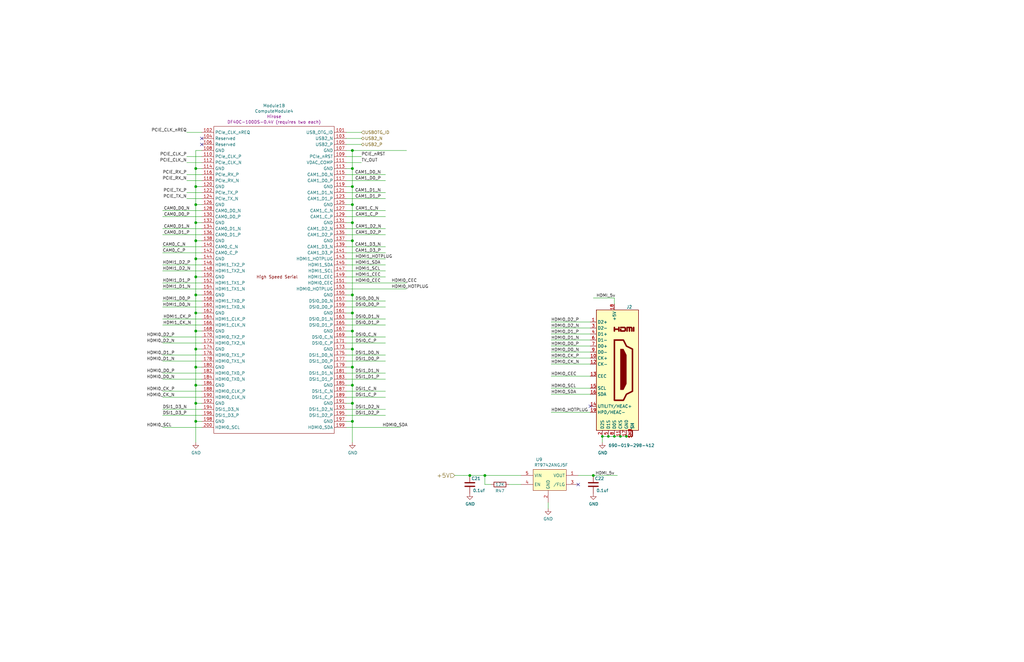
<source format=kicad_sch>
(kicad_sch (version 20211123) (generator eeschema)
  (paper "B")
  (title_block (title "ConnectBox CM4 for China Case") (date "2022-03-18") (rev "1.8.2") (comment 1 "JRA"))
  (lib_symbols
    (symbol "CM4IO:ComputeModule4-CM4"
      (property "Reference" "Module" (at 113.03 -68.58 0))
      (property "Value" "ComputeModule4-CM4" (at 140.97 2.54 0))
      (symbol "ComputeModule4-CM4_1_0"
        (text "GPIO" (at 0 6.35 0) (effects (font (size 1.27 1.27))))
      )
      (symbol "ComputeModule4-CM4_1_1"
        (rectangle (start -30.48 -71.12) (end 25.4 58.42))
        (text "600mA Max" (at -8.89 -53.34 0) (effects (font (size 1.27 1.27))))
        (text "600mA Max" (at -8.89 -48.26 0) (effects (font (size 1.27 1.27))))
        (text "NB SD signals are only available" (at -1.27 -27.94 0) (effects (font (size 1.27 1.27))))
        (text "on modules without eMMC" (at -1.27 -30.48 0) (effects (font (size 1.27 1.27))))
        (pin power_in line (at 27.94 55.88 180) (length 2.54) (name "GND") (number "1"))
        (pin passive line (at -33.02 45.72 0) (length 2.54) (name "Ethernet_Pair0_N") (number "10"))
        (pin output line (at -33.02 -68.58 0) (length 2.54) (name "nEXTRST") (number "100"))
        (pin passive line (at 27.94 43.18 180) (length 2.54) (name "Ethernet_Pair2_P") (number "11"))
        (pin passive line (at -33.02 43.18 0) (length 2.54) (name "Ethernet_Pair0_P") (number "12"))
        (pin power_in line (at 27.94 40.64 180) (length 2.54) (name "GND") (number "13"))
        (pin power_in line (at -33.02 40.64 0) (length 2.54) (name "GND") (number "14"))
        (pin output line (at 27.94 38.1 180) (length 2.54) (name "Ethernet_nLED3(3.3v)") (number "15"))
        (pin input line (at -33.02 38.1 0) (length 2.54) (name "Ethernet_SYNC_IN(1.8v)") (number "16"))
        (pin output line (at 27.94 35.56 180) (length 2.54) (name "Ethernet_nLED2(3.3v)") (number "17"))
        (pin input line (at -33.02 35.56 0) (length 2.54) (name "Ethernet_SYNC_OUT(1.8v)") (number "18"))
        (pin output line (at 27.94 33.02 180) (length 2.54) (name "Ethernet_nLED1(3.3v)") (number "19"))
        (pin power_in line (at -33.02 55.88 0) (length 2.54) (name "GND") (number "2"))
        (pin passive line (at -33.02 33.02 0) (length 2.54) (name "EEPROM_nWP") (number "20"))
        (pin open_collector line (at 27.94 30.48 180) (length 2.54) (name "PI_nLED_Activity") (number "21"))
        (pin power_in line (at -33.02 30.48 0) (length 2.54) (name "GND") (number "22"))
        (pin power_in line (at 27.94 27.94 180) (length 2.54) (name "GND") (number "23"))
        (pin passive line (at -33.02 27.94 0) (length 2.54) (name "GPIO26") (number "24"))
        (pin passive line (at 27.94 25.4 180) (length 2.54) (name "GPIO21") (number "25"))
        (pin passive line (at -33.02 25.4 0) (length 2.54) (name "GPIO19") (number "26"))
        (pin passive line (at 27.94 22.86 180) (length 2.54) (name "GPIO20") (number "27"))
        (pin passive line (at -33.02 22.86 0) (length 2.54) (name "GPIO13") (number "28"))
        (pin passive line (at 27.94 20.32 180) (length 2.54) (name "GPIO16") (number "29"))
        (pin passive line (at 27.94 53.34 180) (length 2.54) (name "Ethernet_Pair3_P") (number "3"))
        (pin passive line (at -33.02 20.32 0) (length 2.54) (name "GPIO6") (number "30"))
        (pin passive line (at 27.94 17.78 180) (length 2.54) (name "GPIO12") (number "31"))
        (pin power_in line (at -33.02 17.78 0) (length 2.54) (name "GND") (number "32"))
        (pin power_in line (at 27.94 15.24 180) (length 2.54) (name "GND") (number "33"))
        (pin passive line (at -33.02 15.24 0) (length 2.54) (name "GPIO5") (number "34"))
        (pin passive line (at 27.94 12.7 180) (length 2.54) (name "ID_SC") (number "35"))
        (pin passive line (at -33.02 12.7 0) (length 2.54) (name "ID_SD") (number "36"))
        (pin passive line (at 27.94 10.16 180) (length 2.54) (name "GPIO7") (number "37"))
        (pin passive line (at -33.02 10.16 0) (length 2.54) (name "GPIO11") (number "38"))
        (pin passive line (at 27.94 7.62 180) (length 2.54) (name "GPIO8") (number "39"))
        (pin passive line (at -33.02 53.34 0) (length 2.54) (name "Ethernet_Pair1_P") (number "4"))
        (pin passive line (at -33.02 7.62 0) (length 2.54) (name "GPIO9") (number "40"))
        (pin passive line (at 27.94 5.08 180) (length 2.54) (name "GPIO25") (number "41"))
        (pin power_in line (at -33.02 5.08 0) (length 2.54) (name "GND") (number "42"))
        (pin power_in line (at 27.94 2.54 180) (length 2.54) (name "GND") (number "43"))
        (pin passive line (at -33.02 2.54 0) (length 2.54) (name "GPIO10") (number "44"))
        (pin passive line (at 27.94 0 180) (length 2.54) (name "GPIO24") (number "45"))
        (pin passive line (at -33.02 0 0) (length 2.54) (name "GPIO22") (number "46"))
        (pin passive line (at 27.94 -2.54 180) (length 2.54) (name "GPIO23") (number "47"))
        (pin passive line (at -33.02 -2.54 0) (length 2.54) (name "GPIO27") (number "48"))
        (pin passive line (at 27.94 -5.08 180) (length 2.54) (name "GPIO18") (number "49"))
        (pin passive line (at 27.94 50.8 180) (length 2.54) (name "Ethernet_Pair3_N") (number "5"))
        (pin passive line (at -33.02 -5.08 0) (length 2.54) (name "GPIO17") (number "50"))
        (pin passive line (at 27.94 -7.62 180) (length 2.54) (name "GPIO15") (number "51"))
        (pin power_in line (at -33.02 -7.62 0) (length 2.54) (name "GND") (number "52"))
        (pin power_in line (at 27.94 -10.16 180) (length 2.54) (name "GND") (number "53"))
        (pin passive line (at -33.02 -10.16 0) (length 2.54) (name "GPIO4") (number "54"))
        (pin passive line (at 27.94 -12.7 180) (length 2.54) (name "GPIO14") (number "55"))
        (pin passive line (at -33.02 -12.7 0) (length 2.54) (name "GPIO3") (number "56"))
        (pin passive line (at 27.94 -15.24 180) (length 2.54) (name "SD_CLK") (number "57"))
        (pin passive line (at -33.02 -15.24 0) (length 2.54) (name "GPIO2") (number "58"))
        (pin power_in line (at 27.94 -17.78 180) (length 2.54) (name "GND") (number "59"))
        (pin passive line (at -33.02 50.8 0) (length 2.54) (name "Ethernet_Pair1_N") (number "6"))
        (pin power_in line (at -33.02 -17.78 0) (length 2.54) (name "GND") (number "60"))
        (pin passive line (at 27.94 -20.32 180) (length 2.54) (name "SD_DAT3") (number "61"))
        (pin passive line (at -33.02 -20.32 0) (length 2.54) (name "SD_CMD") (number "62"))
        (pin passive line (at 27.94 -22.86 180) (length 2.54) (name "SD_DAT0") (number "63"))
        (pin passive line (at -33.02 -22.86 0) (length 2.54) (name "SD_DAT5") (number "64"))
        (pin power_in line (at 27.94 -25.4 180) (length 2.54) (name "GND") (number "65"))
        (pin power_in line (at -33.02 -25.4 0) (length 2.54) (name "GND") (number "66"))
        (pin passive line (at 27.94 -27.94 180) (length 2.54) (name "SD_DAT1") (number "67"))
        (pin passive line (at -33.02 -27.94 0) (length 2.54) (name "SD_DAT4") (number "68"))
        (pin passive line (at 27.94 -30.48 180) (length 2.54) (name "SD_DAT2") (number "69"))
        (pin power_in line (at 27.94 48.26 180) (length 2.54) (name "GND") (number "7"))
        (pin passive line (at -33.02 -30.48 0) (length 2.54) (name "SD_DAT7") (number "70"))
        (pin power_in line (at 27.94 -33.02 180) (length 2.54) (name "GND") (number "71"))
        (pin passive line (at -33.02 -33.02 0) (length 2.54) (name "SD_DAT6") (number "72"))
        (pin input line (at 27.94 -35.56 180) (length 2.54) (name "SD_VDD_Override") (number "73"))
        (pin power_in line (at -33.02 -35.56 0) (length 2.54) (name "GND") (number "74"))
        (pin output line (at 27.94 -38.1 180) (length 2.54) (name "SD_PWR_ON") (number "75"))
        (pin passive line (at -33.02 -38.1 0) (length 2.54) (name "Reserved") (number "76"))
        (pin power_in line (at 27.94 -40.64 180) (length 2.54) (name "+5v_(Input)") (number "77"))
        (pin power_in line (at -33.02 -40.64 0) (length 2.54) (name "GPIO_VREF(1.8v/3.3v_Input)") (number "78"))
        (pin power_in line (at 27.94 -43.18 180) (length 2.54) (name "+5v_(Input)") (number "79"))
        (pin power_in line (at -33.02 48.26 0) (length 2.54) (name "GND") (number "8"))
        (pin passive line (at -33.02 -43.18 0) (length 2.54) (name "SCL0") (number "80"))
        (pin power_in line (at 27.94 -45.72 180) (length 2.54) (name "+5v_(Input)") (number "81"))
        (pin passive line (at -33.02 -45.72 0) (length 2.54) (name "SDA0") (number "82"))
        (pin power_in line (at 27.94 -48.26 180) (length 2.54) (name "+5v_(Input)") (number "83"))
        (pin power_out line (at -33.02 -48.26 0) (length 2.54) (name "+3.3v_(Output)") (number "84"))
        (pin power_in line (at 27.94 -50.8 180) (length 2.54) (name "+5v_(Input)") (number "85"))
        (pin power_out line (at -33.02 -50.8 0) (length 2.54) (name "+3.3v_(Output)") (number "86"))
        (pin power_in line (at 27.94 -53.34 180) (length 2.54) (name "+5v_(Input)") (number "87"))
        (pin power_out line (at -33.02 -53.34 0) (length 2.54) (name "+1.8v_(Output)") (number "88"))
        (pin power_in line (at 27.94 -55.88 180) (length 2.54) (name "WiFi_nDisable") (number "89"))
        (pin passive line (at 27.94 45.72 180) (length 2.54) (name "Ethernet_Pair2_N") (number "9"))
        (pin power_out line (at -33.02 -55.88 0) (length 2.54) (name "+1.8v_(Output)") (number "90"))
        (pin power_in line (at 27.94 -58.42 180) (length 2.54) (name "BT_nDisable") (number "91"))
        (pin passive line (at -33.02 -58.42 0) (length 2.54) (name "RUN_PG") (number "92"))
        (pin input line (at 27.94 -60.96 180) (length 2.54) (name "nRPIBOOT") (number "93"))
        (pin passive line (at -33.02 -60.96 0) (length 2.54) (name "AnalogIP1") (number "94"))
        (pin output line (at 27.94 -63.5 180) (length 2.54) (name "nPI_LED_PWR") (number "95"))
        (pin passive line (at -33.02 -63.5 0) (length 2.54) (name "AnalogIP0") (number "96"))
        (pin passive line (at 27.94 -66.04 180) (length 2.54) (name "Camera_GPIO") (number "97"))
        (pin power_in line (at -33.02 -66.04 0) (length 2.54) (name "GND") (number "98"))
        (pin input line (at 27.94 -68.58 180) (length 2.54) (name "Global_EN") (number "99"))
      )
      (symbol "ComputeModule4-CM4_2_1"
        (rectangle (start 114.3 -66.04) (end 165.1 63.5))
        (text "High Speed Serial" (at 140.97 0 0) (effects (font (size 1.27 1.27))))
        (pin input line (at 170.18 60.96 180) (length 5.08) (name "USB_OTG_ID") (number "101"))
        (pin input line (at 109.22 60.96 0) (length 5.08) (name "PCIe_CLK_nREQ") (number "102"))
        (pin passive line (at 170.18 58.42 180) (length 5.08) (name "USB2_N") (number "103"))
        (pin passive line (at 109.22 58.42 0) (length 5.08) (name "Reserved") (number "104"))
        (pin passive line (at 170.18 55.88 180) (length 5.08) (name "USB2_P") (number "105"))
        (pin passive line (at 109.22 55.88 0) (length 5.08) (name "Reserved") (number "106"))
        (pin power_in line (at 170.18 53.34 180) (length 5.08) (name "GND") (number "107"))
        (pin power_in line (at 109.22 53.34 0) (length 5.08) (name "GND") (number "108"))
        (pin bidirectional line (at 170.18 50.8 180) (length 5.08) (name "PCIe_nRST") (number "109"))
        (pin output line (at 109.22 50.8 0) (length 5.08) (name "PCIe_CLK_P") (number "110"))
        (pin passive line (at 170.18 48.26 180) (length 5.08) (name "VDAC_COMP") (number "111"))
        (pin output line (at 109.22 48.26 0) (length 5.08) (name "PCIe_CLK_N") (number "112"))
        (pin power_in line (at 170.18 45.72 180) (length 5.08) (name "GND") (number "113"))
        (pin power_in line (at 109.22 45.72 0) (length 5.08) (name "GND") (number "114"))
        (pin input line (at 170.18 43.18 180) (length 5.08) (name "CAM1_D0_N") (number "115"))
        (pin input line (at 109.22 43.18 0) (length 5.08) (name "PCIe_RX_P") (number "116"))
        (pin input line (at 170.18 40.64 180) (length 5.08) (name "CAM1_D0_P") (number "117"))
        (pin input line (at 109.22 40.64 0) (length 5.08) (name "PCIe_RX_N") (number "118"))
        (pin power_in line (at 170.18 38.1 180) (length 5.08) (name "GND") (number "119"))
        (pin power_in line (at 109.22 38.1 0) (length 5.08) (name "GND") (number "120"))
        (pin input line (at 170.18 35.56 180) (length 5.08) (name "CAM1_D1_N") (number "121"))
        (pin output line (at 109.22 35.56 0) (length 5.08) (name "PCIe_TX_P") (number "122"))
        (pin input line (at 170.18 33.02 180) (length 5.08) (name "CAM1_D1_P") (number "123"))
        (pin output line (at 109.22 33.02 0) (length 5.08) (name "PCIe_TX_N") (number "124"))
        (pin power_in line (at 170.18 30.48 180) (length 5.08) (name "GND") (number "125"))
        (pin power_in line (at 109.22 30.48 0) (length 5.08) (name "GND") (number "126"))
        (pin input line (at 170.18 27.94 180) (length 5.08) (name "CAM1_C_N") (number "127"))
        (pin input line (at 109.22 27.94 0) (length 5.08) (name "CAM0_D0_N") (number "128"))
        (pin input line (at 170.18 25.4 180) (length 5.08) (name "CAM1_C_P") (number "129"))
        (pin input line (at 109.22 25.4 0) (length 5.08) (name "CAM0_D0_P") (number "130"))
        (pin power_in line (at 170.18 22.86 180) (length 5.08) (name "GND") (number "131"))
        (pin power_in line (at 109.22 22.86 0) (length 5.08) (name "GND") (number "132"))
        (pin input line (at 170.18 20.32 180) (length 5.08) (name "CAM1_D2_N") (number "133"))
        (pin input line (at 109.22 20.32 0) (length 5.08) (name "CAM0_D1_N") (number "134"))
        (pin input line (at 170.18 17.78 180) (length 5.08) (name "CAM1_D2_P") (number "135"))
        (pin input line (at 109.22 17.78 0) (length 5.08) (name "CAM0_D1_P") (number "136"))
        (pin power_in line (at 170.18 15.24 180) (length 5.08) (name "GND") (number "137"))
        (pin power_in line (at 109.22 15.24 0) (length 5.08) (name "GND") (number "138"))
        (pin input line (at 170.18 12.7 180) (length 5.08) (name "CAM1_D3_N") (number "139"))
        (pin input line (at 109.22 12.7 0) (length 5.08) (name "CAM0_C_N") (number "140"))
        (pin input line (at 170.18 10.16 180) (length 5.08) (name "CAM1_D3_P") (number "141"))
        (pin input line (at 109.22 10.16 0) (length 5.08) (name "CAM0_C_P") (number "142"))
        (pin input line (at 170.18 7.62 180) (length 5.08) (name "HDMI1_HOTPLUG") (number "143"))
        (pin power_in line (at 109.22 7.62 0) (length 5.08) (name "GND") (number "144"))
        (pin bidirectional line (at 170.18 5.08 180) (length 5.08) (name "HDMI1_SDA") (number "145"))
        (pin output line (at 109.22 5.08 0) (length 5.08) (name "HDMI1_TX2_P") (number "146"))
        (pin open_collector line (at 170.18 2.54 180) (length 5.08) (name "HDMI1_SCL") (number "147"))
        (pin output line (at 109.22 2.54 0) (length 5.08) (name "HDMI1_TX2_N") (number "148"))
        (pin open_collector line (at 170.18 0 180) (length 5.08) (name "HDMI1_CEC") (number "149"))
        (pin power_in line (at 109.22 0 0) (length 5.08) (name "GND") (number "150"))
        (pin open_collector line (at 170.18 -2.54 180) (length 5.08) (name "HDMI0_CEC") (number "151"))
        (pin output line (at 109.22 -2.54 0) (length 5.08) (name "HDMI1_TX1_P") (number "152"))
        (pin input line (at 170.18 -5.08 180) (length 5.08) (name "HDMI0_HOTPLUG") (number "153"))
        (pin output line (at 109.22 -5.08 0) (length 5.08) (name "HDMI1_TX1_N") (number "154"))
        (pin power_in line (at 170.18 -7.62 180) (length 5.08) (name "GND") (number "155"))
        (pin power_in line (at 109.22 -7.62 0) (length 5.08) (name "GND") (number "156"))
        (pin output line (at 170.18 -10.16 180) (length 5.08) (name "DSI0_D0_N") (number "157"))
        (pin output line (at 109.22 -10.16 0) (length 5.08) (name "HDMI1_TX0_P") (number "158"))
        (pin output line (at 170.18 -12.7 180) (length 5.08) (name "DSI0_D0_P") (number "159"))
        (pin output line (at 109.22 -12.7 0) (length 5.08) (name "HDMI1_TX0_N") (number "160"))
        (pin power_in line (at 170.18 -15.24 180) (length 5.08) (name "GND") (number "161"))
        (pin power_in line (at 109.22 -15.24 0) (length 5.08) (name "GND") (number "162"))
        (pin output line (at 170.18 -17.78 180) (length 5.08) (name "DSI0_D1_N") (number "163"))
        (pin output line (at 109.22 -17.78 0) (length 5.08) (name "HDMI1_CLK_P") (number "164"))
        (pin output line (at 170.18 -20.32 180) (length 5.08) (name "DSI0_D1_P") (number "165"))
        (pin output line (at 109.22 -20.32 0) (length 5.08) (name "HDMI1_CLK_N") (number "166"))
        (pin power_in line (at 170.18 -22.86 180) (length 5.08) (name "GND") (number "167"))
        (pin power_in line (at 109.22 -22.86 0) (length 5.08) (name "GND") (number "168"))
        (pin output line (at 170.18 -25.4 180) (length 5.08) (name "DSI0_C_N") (number "169"))
        (pin output line (at 109.22 -25.4 0) (length 5.08) (name "HDMI0_TX2_P") (number "170"))
        (pin output line (at 170.18 -27.94 180) (length 5.08) (name "DSI0_C_P") (number "171"))
        (pin output line (at 109.22 -27.94 0) (length 5.08) (name "HDMI0_TX2_N") (number "172"))
        (pin power_in line (at 170.18 -30.48 180) (length 5.08) (name "GND") (number "173"))
        (pin power_in line (at 109.22 -30.48 0) (length 5.08) (name "GND") (number "174"))
        (pin output line (at 170.18 -33.02 180) (length 5.08) (name "DSI1_D0_N") (number "175"))
        (pin output line (at 109.22 -33.02 0) (length 5.08) (name "HDMI0_TX1_P") (number "176"))
        (pin output line (at 170.18 -35.56 180) (length 5.08) (name "DSI1_D0_P") (number "177"))
        (pin output line (at 109.22 -35.56 0) (length 5.08) (name "HDMI0_TX1_N") (number "178"))
        (pin power_in line (at 170.18 -38.1 180) (length 5.08) (name "GND") (number "179"))
        (pin power_in line (at 109.22 -38.1 0) (length 5.08) (name "GND") (number "180"))
        (pin output line (at 170.18 -40.64 180) (length 5.08) (name "DSI1_D1_N") (number "181"))
        (pin output line (at 109.22 -40.64 0) (length 5.08) (name "HDMI0_TX0_P") (number "182"))
        (pin output line (at 170.18 -43.18 180) (length 5.08) (name "DSI1_D1_P") (number "183"))
        (pin output line (at 109.22 -43.18 0) (length 5.08) (name "HDMI0_TX0_N") (number "184"))
        (pin power_in line (at 170.18 -45.72 180) (length 5.08) (name "GND") (number "185"))
        (pin power_in line (at 109.22 -45.72 0) (length 5.08) (name "GND") (number "186"))
        (pin output line (at 170.18 -48.26 180) (length 5.08) (name "DSI1_C_N") (number "187"))
        (pin output line (at 109.22 -48.26 0) (length 5.08) (name "HDMI0_CLK_P") (number "188"))
        (pin output line (at 170.18 -50.8 180) (length 5.08) (name "DSI1_C_P") (number "189"))
        (pin output line (at 109.22 -50.8 0) (length 5.08) (name "HDMI0_CLK_N") (number "190"))
        (pin power_in line (at 170.18 -53.34 180) (length 5.08) (name "GND") (number "191"))
        (pin power_in line (at 109.22 -53.34 0) (length 5.08) (name "GND") (number "192"))
        (pin output line (at 170.18 -55.88 180) (length 5.08) (name "DSI1_D2_N") (number "193"))
        (pin output line (at 109.22 -55.88 0) (length 5.08) (name "DSI1_D3_N") (number "194"))
        (pin output line (at 170.18 -58.42 180) (length 5.08) (name "DSI1_D2_P") (number "195"))
        (pin output line (at 109.22 -58.42 0) (length 5.08) (name "DSI1_D3_P") (number "196"))
        (pin power_in line (at 170.18 -60.96 180) (length 5.08) (name "GND") (number "197"))
        (pin power_in line (at 109.22 -60.96 0) (length 5.08) (name "GND") (number "198"))
        (pin bidirectional line (at 170.18 -63.5 180) (length 5.08) (name "HDMI0_SDA") (number "199"))
        (pin open_collector line (at 109.22 -63.5 0) (length 5.08) (name "HDMI0_SCL") (number "200"))
      )
    )
    (symbol "CM4IO:HDMI_A_1.4"
      (property "Reference" "J" (at -6.35 26.67 0))
      (property "Value" "HDMI_A_1.4" (at 10.16 26.67 0))
      (symbol "HDMI_A_1.4_0_0"
        (polyline (pts (xy 8.128 16.51) (xy 8.128 18.034)) (stroke (width 0.635)))
        (polyline (pts (xy 0 16.51) (xy 0 18.034) (xy 0 17.272) (xy 1.905 17.272) (xy 1.905 18.034) (xy 1.905 16.51)) (stroke (width 0.635)))
        (polyline (pts (xy 2.667 18.034) (xy 4.318 18.034) (xy 4.572 17.78) (xy 4.572 16.764) (xy 4.318 16.51) (xy 2.667 16.51) (xy 2.667 17.272)) (stroke (width 0.635)))
        (pin passive line (at 7.62 -27.94 90) (length 2.54) (name "SH") (number "SH2"))
        (pin passive line (at 7.62 -27.94 90) (length 2.54) (name "SH") (number "SH3"))
        (pin passive line (at 7.62 -27.94 90) (length 2.54) (name "SH") (number "SH4"))
      )
      (symbol "HDMI_A_1.4_0_1"
        (rectangle (start -7.62 25.4) (end 10.16 -25.4) (stroke (width 0.254)) (fill (type background)))
        (polyline (pts (xy 2.54 8.89) (xy 3.81 8.89) (xy 5.08 6.35) (xy 5.08 -5.715) (xy 3.81 -8.255) (xy 2.54 -8.255) (xy 2.54 8.89)) (fill (type outline)))
        (polyline (pts (xy 5.334 16.51) (xy 5.334 18.034) (xy 6.35 18.034) (xy 6.35 16.51) (xy 6.35 18.034) (xy 7.112 18.034) (xy 7.366 17.78) (xy 7.366 16.51)) (stroke (width 0.635)))
        (polyline (pts (xy 0 12.7) (xy 0 -12.7) (xy 3.81 -12.7) (xy 5.08 -10.16) (xy 7.62 -8.89) (xy 7.62 8.89) (xy 5.08 10.16) (xy 3.81 12.7) (xy 0 12.7)) (stroke (width 0.635)))
      )
      (symbol "HDMI_A_1.4_1_1"
        (pin passive line (at -10.16 20.32 0) (length 2.54) (name "D2+") (number "1"))
        (pin passive line (at -10.16 5.08 0) (length 2.54) (name "CK+") (number "10"))
        (pin power_in line (at 2.54 -27.94 90) (length 2.54) (name "CKS") (number "11"))
        (pin passive line (at -10.16 2.54 0) (length 2.54) (name "CK-") (number "12"))
        (pin bidirectional line (at -10.16 -2.54 0) (length 2.54) (name "CEC") (number "13"))
        (pin passive line (at -10.16 -15.24 0) (length 2.54) (name "UTILITY/HEAC+") (number "14"))
        (pin passive line (at -10.16 -7.62 0) (length 2.54) (name "SCL") (number "15"))
        (pin bidirectional line (at -10.16 -10.16 0) (length 2.54) (name "SDA") (number "16"))
        (pin power_in line (at 5.08 -27.94 90) (length 2.54) (name "GND") (number "17"))
        (pin power_in line (at 0 27.94 270) (length 2.54) (name "+5V") (number "18"))
        (pin passive line (at -10.16 -17.78 0) (length 2.54) (name "HPD/HEAC-") (number "19"))
        (pin power_in line (at -5.08 -27.94 90) (length 2.54) (name "D2S") (number "2"))
        (pin passive line (at -10.16 17.78 0) (length 2.54) (name "D2-") (number "3"))
        (pin passive line (at -10.16 15.24 0) (length 2.54) (name "D1+") (number "4"))
        (pin power_in line (at -2.54 -27.94 90) (length 2.54) (name "D1S") (number "5"))
        (pin passive line (at -10.16 12.7 0) (length 2.54) (name "D1-") (number "6"))
        (pin passive line (at -10.16 10.16 0) (length 2.54) (name "D0+") (number "7"))
        (pin power_in line (at 0 -27.94 90) (length 2.54) (name "D0S") (number "8"))
        (pin passive line (at -10.16 7.62 0) (length 2.54) (name "D0-") (number "9"))
        (pin passive line (at 7.62 -27.94 90) (length 2.54) (name "SH") (number "SH1"))
      )
    )
    (symbol "Custom_1:T9742ANGJ5F"
      (property "Reference" "U" (at -2.54 13.97 0))
      (property "Value" "T9742ANGJ5F" (at 2.54 11.43 0))
      (symbol "T9742ANGJ5F_0_1"
        (rectangle (start -7.62 8.89) (end 6.35 0) (stroke (width 0.1524)) (fill (type background)))
      )
      (symbol "T9742ANGJ5F_1_1"
        (pin power_out line (at 11.43 6.35 180) (length 5.08) (name "VOUT") (number "1"))
        (pin input line (at -1.27 -5.08 90) (length 5.08) (name "GND") (number "2"))
        (pin input line (at 11.43 2.54 180) (length 5.08) (name "/FLG") (number "3"))
        (pin input line (at -12.7 2.54 0) (length 5.08) (name "EN") (number "4"))
        (pin input line (at -12.7 6.35 0) (length 5.08) (name "VIN") (number "5"))
      )
    )
    (symbol "Device:C" (pin_numbers hide) (pin_names (offset 0.254))
      (property "Reference" "C" (at 0.635 2.54 0))
      (property "Value" "C" (at 0.635 -2.54 0))
      (symbol "C_0_1"
        (polyline (pts (xy -2.032 -0.762) (xy 2.032 -0.762)) (stroke (width 0.508)))
        (polyline (pts (xy -2.032 0.762) (xy 2.032 0.762)) (stroke (width 0.508)))
      )
      (symbol "C_1_1"
        (pin passive line (at 0 3.81 270) (length 2.794) (name "~") (number "1"))
        (pin passive line (at 0 -3.81 90) (length 2.794) (name "~") (number "2"))
      )
    )
    (symbol "Device:R" (pin_numbers hide) (pin_names (offset 0))
      (property "Reference" "R" (at 2.032 0 90))
      (property "Value" "R" (at 0 0 90))
      (symbol "R_0_1"
        (rectangle (start -1.016 -2.54) (end 1.016 2.54) (stroke (width 0.254)))
      )
      (symbol "R_1_1"
        (pin passive line (at 0 3.81 270) (length 1.27) (name "~") (number "1"))
        (pin passive line (at 0 -3.81 90) (length 1.27) (name "~") (number "2"))
      )
    )
    (symbol "power:GND" (power) (pin_names (offset 0))
      (property "Value" "GND" (at 0 -3.81 0))
      (symbol "GND_0_1"
        (polyline (pts (xy 0 0) (xy 0 -1.27) (xy 1.27 -1.27) (xy 0 -2.54) (xy -1.27 -1.27) (xy 0 -1.27)))
      )
      (symbol "GND_1_1"
        (pin power_in line (at 0 0 270) (length 0) hide (name "GND") (number "1"))
      )
    )
  )
  (junction (at 148.59 139.7) (diameter 1.016))
  (junction (at 254 184.15) (diameter 0.9144))
  (junction (at 148.59 162.56) (diameter 1.016))
  (junction (at 82.55 154.94) (diameter 1.016))
  (junction (at 148.59 86.36) (diameter 1.016))
  (junction (at 82.55 86.36) (diameter 1.016))
  (junction (at 264.16 184.15) (diameter 0.9144))
  (junction (at 82.55 139.7) (diameter 1.016))
  (junction (at 148.59 147.32) (diameter 1.016))
  (junction (at 82.55 78.74) (diameter 1.016))
  (junction (at 148.59 124.46) (diameter 1.016))
  (junction (at 148.59 78.74) (diameter 1.016))
  (junction (at 259.08 184.15) (diameter 0.9144))
  (junction (at 82.55 109.22) (diameter 1.016))
  (junction (at 82.55 124.46) (diameter 1.016))
  (junction (at 82.55 93.98) (diameter 1.016))
  (junction (at 148.59 63.5) (diameter 1.016))
  (junction (at 148.59 71.12) (diameter 1.016))
  (junction (at 148.59 101.6) (diameter 1.016))
  (junction (at 82.55 177.8) (diameter 1.016))
  (junction (at 148.59 170.18) (diameter 1.016))
  (junction (at 204.47 200.66) (diameter 1.016))
  (junction (at 82.55 132.08) (diameter 1.016))
  (junction (at 148.59 154.94) (diameter 1.016))
  (junction (at 198.12 200.66) (diameter 1.016))
  (junction (at 148.59 177.8) (diameter 1.016))
  (junction (at 82.55 147.32) (diameter 1.016))
  (junction (at 261.62 184.15) (diameter 0.9144))
  (junction (at 250.19 200.66) (diameter 1.016))
  (junction (at 82.55 116.84) (diameter 1.016))
  (junction (at 148.59 93.98) (diameter 1.016))
  (junction (at 148.59 132.08) (diameter 1.016))
  (junction (at 82.55 170.18) (diameter 1.016))
  (junction (at 82.55 162.56) (diameter 1.016))
  (junction (at 82.55 71.12) (diameter 1.016))
  (junction (at 82.55 101.6) (diameter 1.016))
  (junction (at 256.54 184.15) (diameter 0.9144))
  (no_connect (at 85.09 60.96))
  (no_connect (at 248.92 171.45))
  (no_connect (at 85.09 58.42))
  (no_connect (at 243.84 204.47))
  (wire (pts (xy 232.41 148.59) (xy 248.92 148.59)))
  (wire (pts (xy 68.58 127) (xy 85.09 127)))
  (wire (pts (xy 146.05 139.7) (xy 148.59 139.7)))
  (wire (pts (xy 68.58 160.02) (xy 85.09 160.02)))
  (wire (pts (xy 204.47 200.66) (xy 204.47 204.47)))
  (wire (pts (xy 207.01 204.47) (xy 204.47 204.47)))
  (wire (pts (xy 146.05 60.96) (xy 152.4 60.96)))
  (wire (pts (xy 82.55 132.08) (xy 85.09 132.08)))
  (wire (pts (xy 146.05 175.26) (xy 162.56 175.26)))
  (wire (pts (xy 232.41 166.37) (xy 248.92 166.37)))
  (wire (pts (xy 85.09 165.1) (xy 68.58 165.1)))
  (wire (pts (xy 148.59 101.6) (xy 148.59 93.98)))
  (wire (pts (xy 82.55 78.74) (xy 82.55 86.36)))
  (wire (pts (xy 232.41 140.97) (xy 248.92 140.97)))
  (wire (pts (xy 82.55 109.22) (xy 85.09 109.22)))
  (wire (pts (xy 82.55 63.5) (xy 82.55 71.12)))
  (wire (pts (xy 148.59 139.7) (xy 148.59 147.32)))
  (wire (pts (xy 148.59 154.94) (xy 148.59 162.56)))
  (wire (pts (xy 82.55 71.12) (xy 85.09 71.12)))
  (wire (pts (xy 78.74 81.28) (xy 85.09 81.28)))
  (wire (pts (xy 146.05 124.46) (xy 148.59 124.46)))
  (wire (pts (xy 148.59 170.18) (xy 148.59 177.8)))
  (wire (pts (xy 146.05 147.32) (xy 148.59 147.32)))
  (wire (pts (xy 68.58 180.34) (xy 85.09 180.34)))
  (wire (pts (xy 146.05 71.12) (xy 148.59 71.12)))
  (wire (pts (xy 85.09 152.4) (xy 68.58 152.4)))
  (wire (pts (xy 82.55 116.84) (xy 85.09 116.84)))
  (wire (pts (xy 232.41 151.13) (xy 248.92 151.13)))
  (wire (pts (xy 146.05 177.8) (xy 148.59 177.8)))
  (wire (pts (xy 146.05 154.94) (xy 148.59 154.94)))
  (wire (pts (xy 162.56 152.4) (xy 146.05 152.4)))
  (wire (pts (xy 146.05 167.64) (xy 162.56 167.64)))
  (wire (pts (xy 162.56 160.02) (xy 146.05 160.02)))
  (wire (pts (xy 146.05 162.56) (xy 148.59 162.56)))
  (wire (pts (xy 191.77 200.66) (xy 195.58 200.66)))
  (wire (pts (xy 146.05 88.9) (xy 162.56 88.9)))
  (wire (pts (xy 85.09 167.64) (xy 68.58 167.64)))
  (wire (pts (xy 148.59 177.8) (xy 148.59 186.69)))
  (wire (pts (xy 146.05 68.58) (xy 152.4 68.58)))
  (wire (pts (xy 146.05 101.6) (xy 148.59 101.6)))
  (wire (pts (xy 146.05 114.3) (xy 162.56 114.3)))
  (wire (pts (xy 82.55 147.32) (xy 85.09 147.32)))
  (wire (pts (xy 68.58 114.3) (xy 85.09 114.3)))
  (wire (pts (xy 148.59 162.56) (xy 148.59 170.18)))
  (wire (pts (xy 82.55 139.7) (xy 85.09 139.7)))
  (wire (pts (xy 82.55 101.6) (xy 85.09 101.6)))
  (wire (pts (xy 146.05 66.04) (xy 152.4 66.04)))
  (wire (pts (xy 85.09 177.8) (xy 82.55 177.8)))
  (wire (pts (xy 146.05 111.76) (xy 162.56 111.76)))
  (wire (pts (xy 82.55 109.22) (xy 82.55 116.84)))
  (wire (pts (xy 148.59 93.98) (xy 148.59 86.36)))
  (wire (pts (xy 68.58 119.38) (xy 85.09 119.38)))
  (wire (pts (xy 146.05 119.38) (xy 171.45 119.38)))
  (wire (pts (xy 148.59 101.6) (xy 148.59 124.46)))
  (wire (pts (xy 148.59 78.74) (xy 148.59 86.36)))
  (wire (pts (xy 254 184.15) (xy 254 186.69)))
  (wire (pts (xy 82.55 162.56) (xy 82.55 170.18)))
  (wire (pts (xy 232.41 143.51) (xy 248.92 143.51)))
  (wire (pts (xy 78.74 55.88) (xy 85.09 55.88)))
  (wire (pts (xy 148.59 78.74) (xy 148.59 71.12)))
  (wire (pts (xy 146.05 134.62) (xy 162.56 134.62)))
  (wire (pts (xy 146.05 142.24) (xy 162.56 142.24)))
  (wire (pts (xy 250.19 125.73) (xy 259.08 125.73)))
  (wire (pts (xy 146.05 170.18) (xy 148.59 170.18)))
  (wire (pts (xy 146.05 93.98) (xy 148.59 93.98)))
  (wire (pts (xy 232.41 158.75) (xy 248.92 158.75)))
  (wire (pts (xy 68.58 142.24) (xy 85.09 142.24)))
  (wire (pts (xy 232.41 135.89) (xy 248.92 135.89)))
  (wire (pts (xy 78.74 68.58) (xy 85.09 68.58)))
  (wire (pts (xy 146.05 58.42) (xy 152.4 58.42)))
  (wire (pts (xy 85.09 91.44) (xy 68.58 91.44)))
  (wire (pts (xy 82.55 132.08) (xy 82.55 139.7)))
  (wire (pts (xy 232.41 146.05) (xy 248.92 146.05)))
  (wire (pts (xy 85.09 63.5) (xy 82.55 63.5)))
  (wire (pts (xy 146.05 165.1) (xy 162.56 165.1)))
  (wire (pts (xy 68.58 175.26) (xy 85.09 175.26)))
  (wire (pts (xy 162.56 129.54) (xy 146.05 129.54)))
  (wire (pts (xy 259.08 125.73) (xy 259.08 128.27)))
  (wire (pts (xy 162.56 73.66) (xy 146.05 73.66)))
  (wire (pts (xy 82.55 86.36) (xy 85.09 86.36)))
  (wire (pts (xy 146.05 172.72) (xy 162.56 172.72)))
  (wire (pts (xy 82.55 116.84) (xy 82.55 124.46)))
  (wire (pts (xy 85.09 99.06) (xy 68.58 99.06)))
  (wire (pts (xy 82.55 147.32) (xy 82.55 154.94)))
  (wire (pts (xy 146.05 144.78) (xy 162.56 144.78)))
  (wire (pts (xy 85.09 149.86) (xy 68.58 149.86)))
  (wire (pts (xy 146.05 96.52) (xy 162.56 96.52)))
  (wire (pts (xy 146.05 86.36) (xy 148.59 86.36)))
  (wire (pts (xy 82.55 154.94) (xy 82.55 162.56)))
  (wire (pts (xy 82.55 170.18) (xy 82.55 177.8)))
  (wire (pts (xy 162.56 127) (xy 146.05 127)))
  (wire (pts (xy 146.05 180.34) (xy 168.91 180.34)))
  (wire (pts (xy 68.58 104.14) (xy 85.09 104.14)))
  (wire (pts (xy 146.05 132.08) (xy 148.59 132.08)))
  (wire (pts (xy 78.74 83.82) (xy 85.09 83.82)))
  (wire (pts (xy 82.55 86.36) (xy 82.55 93.98)))
  (wire (pts (xy 85.09 96.52) (xy 68.58 96.52)))
  (wire (pts (xy 148.59 147.32) (xy 148.59 154.94)))
  (wire (pts (xy 82.55 177.8) (xy 82.55 186.69)))
  (wire (pts (xy 82.55 124.46) (xy 82.55 132.08)))
  (wire (pts (xy 68.58 121.92) (xy 85.09 121.92)))
  (wire (pts (xy 68.58 157.48) (xy 85.09 157.48)))
  (wire (pts (xy 82.55 139.7) (xy 82.55 147.32)))
  (wire (pts (xy 148.59 132.08) (xy 148.59 139.7)))
  (wire (pts (xy 232.41 153.67) (xy 248.92 153.67)))
  (wire (pts (xy 85.09 134.62) (xy 68.58 134.62)))
  (wire (pts (xy 146.05 137.16) (xy 162.56 137.16)))
  (wire (pts (xy 68.58 129.54) (xy 85.09 129.54)))
  (wire (pts (xy 162.56 157.48) (xy 146.05 157.48)))
  (wire (pts (xy 68.58 172.72) (xy 85.09 172.72)))
  (wire (pts (xy 256.54 184.15) (xy 259.08 184.15)))
  (wire (pts (xy 68.58 106.68) (xy 85.09 106.68)))
  (wire (pts (xy 82.55 71.12) (xy 82.55 78.74)))
  (wire (pts (xy 148.59 63.5) (xy 171.45 63.5)))
  (wire (pts (xy 243.84 200.66) (xy 250.19 200.66)))
  (wire (pts (xy 250.19 200.66) (xy 260.35 200.66)))
  (wire (pts (xy 148.59 71.12) (xy 148.59 63.5)))
  (wire (pts (xy 162.56 83.82) (xy 146.05 83.82)))
  (wire (pts (xy 146.05 121.92) (xy 171.45 121.92)))
  (wire (pts (xy 162.56 76.2) (xy 146.05 76.2)))
  (wire (pts (xy 152.4 55.88) (xy 146.05 55.88)))
  (wire (pts (xy 232.41 163.83) (xy 248.92 163.83)))
  (wire (pts (xy 162.56 106.68) (xy 146.05 106.68)))
  (wire (pts (xy 85.09 88.9) (xy 68.58 88.9)))
  (wire (pts (xy 231.14 212.09) (xy 231.14 214.63)))
  (wire (pts (xy 85.09 76.2) (xy 78.74 76.2)))
  (wire (pts (xy 82.55 162.56) (xy 85.09 162.56)))
  (wire (pts (xy 232.41 173.99) (xy 248.92 173.99)))
  (wire (pts (xy 162.56 81.28) (xy 146.05 81.28)))
  (wire (pts (xy 162.56 104.14) (xy 146.05 104.14)))
  (wire (pts (xy 146.05 116.84) (xy 162.56 116.84)))
  (wire (pts (xy 259.08 184.15) (xy 261.62 184.15)))
  (wire (pts (xy 261.62 184.15) (xy 264.16 184.15)))
  (wire (pts (xy 264.16 184.15) (xy 266.7 184.15)))
  (wire (pts (xy 148.59 124.46) (xy 148.59 132.08)))
  (wire (pts (xy 195.58 200.66) (xy 198.12 200.66)) (stroke (width 0.1524)))
  (wire (pts (xy 198.12 200.66) (xy 204.47 200.66)) (stroke (width 0.1524)))
  (wire (pts (xy 204.47 200.66) (xy 219.71 200.66)) (stroke (width 0.1524)))
  (wire (pts (xy 78.74 66.04) (xy 85.09 66.04)))
  (wire (pts (xy 162.56 149.86) (xy 146.05 149.86)))
  (wire (pts (xy 68.58 111.76) (xy 85.09 111.76)))
  (wire (pts (xy 148.59 63.5) (xy 146.05 63.5)))
  (wire (pts (xy 68.58 144.78) (xy 85.09 144.78)))
  (wire (pts (xy 146.05 109.22) (xy 162.56 109.22)))
  (wire (pts (xy 85.09 170.18) (xy 82.55 170.18)))
  (wire (pts (xy 85.09 73.66) (xy 78.74 73.66)))
  (wire (pts (xy 146.05 91.44) (xy 162.56 91.44)))
  (wire (pts (xy 82.55 154.94) (xy 85.09 154.94)))
  (wire (pts (xy 254 184.15) (xy 256.54 184.15)))
  (wire (pts (xy 85.09 137.16) (xy 68.58 137.16)))
  (wire (pts (xy 214.63 204.47) (xy 219.71 204.47)))
  (wire (pts (xy 82.55 124.46) (xy 85.09 124.46)))
  (wire (pts (xy 146.05 99.06) (xy 162.56 99.06)))
  (wire (pts (xy 82.55 93.98) (xy 85.09 93.98)))
  (wire (pts (xy 82.55 93.98) (xy 82.55 101.6)))
  (wire (pts (xy 82.55 78.74) (xy 85.09 78.74)))
  (wire (pts (xy 146.05 78.74) (xy 148.59 78.74)))
  (wire (pts (xy 232.41 138.43) (xy 248.92 138.43)))
  (wire (pts (xy 82.55 101.6) (xy 82.55 109.22)))
  (label "HDMI0_D2_P" (at 232.41 135.89 0))
  (label "DSI1_D3_P" (at 68.58 175.26 0))
  (label "HDMI0_CK_N" (at 232.41 153.67 0))
  (label "PCIE_CLK_P" (at 78.74 66.04 180))
  (label "CAM1_D0_P" (at 160.655 76.2 180))
  (label "HDMI1_SDA" (at 149.86 111.76 0))
  (label "DSI1_D2_N" (at 149.86 172.72 0))
  (label "CAM1_C_P" (at 149.86 91.44 0))
  (label "DSI0_C_P" (at 149.86 144.78 0))
  (label "HDMI0_D1_P" (at 73.66 149.86 180))
  (label "CAM0_D0_N" (at 80.01 88.9 180))
  (label "CAM1_D1_P" (at 160.655 83.82 180))
  (label "CAM0_D1_P" (at 80.01 99.06 180))
  (label "CAM1_D1_N" (at 160.655 81.28 180))
  (label "HDMI0_SCL" (at 72.39 180.34 180))
  (label "TV_OUT" (at 152.4 68.58 0))
  (label "PCIE_nRST" (at 152.4 66.04 0))
  (label "DSI1_D3_N" (at 68.58 172.72 0))
  (label "HDMI1_D0_N" (at 68.58 129.54 0))
  (label "HDMI1_CK_N" (at 80.645 137.16 180))
  (label "HDMI0_D2_N" (at 73.66 144.78 180))
  (label "PCIE_RX_N" (at 78.74 76.2 180))
  (label "CAM1_C_N" (at 149.86 88.9 0))
  (label "HDMI0_D0_P" (at 73.66 157.48 180))
  (label "HDMI0_CEC" (at 165.1 119.38 0))
  (label "HDMI1_D2_P" (at 68.58 111.76 0))
  (label "HDMI0_HOTPLUG" (at 165.1 121.92 0))
  (label "HDMI0_D2_P" (at 73.66 142.24 180))
  (label "CAM0_D1_N" (at 80.01 96.52 180))
  (label "HDMI0_D0_P" (at 232.41 146.05 0))
  (label "HDMI1_D1_P" (at 68.58 119.38 0))
  (label "HDMI1_D1_N" (at 68.58 121.92 0))
  (label "DSI0_D0_N" (at 160.02 127 180))
  (label "HDMI0_CEC" (at 149.86 119.38 0))
  (label "DSI0_D1_P" (at 149.86 137.16 0))
  (label "HDMI0_D1_P" (at 232.41 140.97 0))
  (label "HDMI0_SDA" (at 161.29 180.34 0))
  (label "DSI1_D2_P" (at 149.86 175.26 0))
  (label "HDMI_5v" (at 259.08 200.66 180))
  (label "PCIE_CLK_N" (at 78.74 68.58 180))
  (label "DSI1_D0_N" (at 160.02 149.86 180))
  (label "HDMI1_SCL" (at 149.86 114.3 0))
  (label "CAM1_D3_N" (at 160.655 104.14 180))
  (label "HDMI0_SDA" (at 232.41 166.37 0))
  (label "DSI0_D1_N" (at 149.86 134.62 0))
  (label "HDMI0_D1_N" (at 232.41 143.51 0))
  (label "HDMI0_CK_N" (at 73.66 167.64 180))
  (label "HDMI0_CK_P" (at 73.66 165.1 180))
  (label "HDMI0_HOTPLUG" (at 232.41 173.99 0))
  (label "CAM0_C_P" (at 68.58 106.68 0))
  (label "HDMI1_CK_P" (at 80.645 134.62 180))
  (label "HDMI1_D0_P" (at 68.58 127 0))
  (label "HDMI1_HOTPLUG" (at 149.86 109.22 0))
  (label "PCIE_TX_P" (at 78.74 81.28 180))
  (label "HDMI0_D1_N" (at 73.66 152.4 180))
  (label "CAM1_D0_N" (at 160.655 73.66 180))
  (label "HDMI0_CK_P" (at 232.41 151.13 0))
  (label "HDMI0_CEC" (at 232.41 158.75 0))
  (label "HDMI_5v" (at 251.46 125.73 0))
  (label "DSI1_D1_P" (at 160.02 160.02 180))
  (label "HDMI1_D2_N" (at 68.58 114.3 0))
  (label "PCIE_RX_P" (at 78.74 73.66 180))
  (label "DSI0_D0_P" (at 160.02 129.54 180))
  (label "DSI1_C_P" (at 149.86 167.64 0))
  (label "CAM0_C_N" (at 68.58 104.14 0))
  (label "PCIE_CLK_nREQ" (at 78.74 55.88 180))
  (label "CAM1_D2_P" (at 149.86 99.06 0))
  (label "DSI1_C_N" (at 149.86 165.1 0))
  (label "HDMI0_D0_N" (at 232.41 148.59 0))
  (label "DSI1_D1_N" (at 160.02 157.48 180))
  (label "HDMI0_D2_N" (at 232.41 138.43 0))
  (label "DSI1_D0_P" (at 160.02 152.4 180))
  (label "CAM1_D2_N" (at 149.86 96.52 0))
  (label "CAM1_D3_P" (at 160.655 106.68 180))
  (label "PCIE_TX_N" (at 78.74 83.82 180))
  (label "HDMI0_SCL" (at 232.41 163.83 0))
  (label "DSI0_C_N" (at 149.86 142.24 0))
  (label "HDMI0_D0_N" (at 73.66 160.02 180))
  (label "HDMI1_CEC" (at 149.86 116.84 0))
  (label "CAM0_D0_P" (at 80.01 91.44 180))
  (hierarchical_label "+5V" (shape input) (at 191.77 200.66 180) (effects (font (size 1.778 1.778))))
  (hierarchical_label "USB2_P" (shape bidirectional) (at 152.4 60.96 0))
  (hierarchical_label "USB2_N" (shape bidirectional) (at 152.4 58.42 0))
  (hierarchical_label "USBOTG_ID" (shape input) (at 152.4 55.88 0))
  (symbol (lib_id "Device:R") (at 210.82 204.47 270) (unit 1)
    (property "Reference" "R47" (at 210.82 207.137 90))
    (property "Value" "12K" (at 210.82 204.47 90))
    (property "Footprint" "Resistor_SMD:R_0603_1608Metric" (effects hide))
    (property "Manufacturer" "Yageo" (effects hide))
    (property "Manufacturer P/N" "RC0603FR-12K2L" (effects hide))
    (property "Description" "RES SMD 12K OHM 1% 1/8W 0603" (effects hide))
    (property "DigiKey P/N" "311-12.0KHRCT-ND" (effects hide))
    (property "Type" "SMD" (effects hide))
  )
  (symbol (lib_id "Custom_1:T9742ANGJ5F") (at 232.41 207.01 0) (unit 1)
    (property "Reference" "U9" (at 227.33 193.929 0))
    (property "Value" "RT9742ANGJ5F" (at 232.41 196.2404 0))
    (property "Footprint" "Package_TO_SOT_SMD:SOT-23-5" (effects hide))
    (property "Datasheet" "https://www.richtek.com/assets/product_file/RT9742/DS9742-00.pdf" (effects hide))
    (property "Manufacturer" "Richtek" (effects hide))
    (property "Manufacturer P/N" "RT9742ANGJ5F" (effects hide))
    (property "Description" "Power Switch/Driver 1:1 N-Channel 1A TSOT-23-5" (effects hide))
    (property "DigiKey P/N" "1028-1427-1-ND" (effects hide))
    (property "Type" "SMD" (effects hide))
  )
  (symbol (lib_id "power:GND") (at 254 186.69 0) (unit 1)
    (property "Reference" "#PWR017" (effects hide))
    (property "Value" "GND" (at 254.127 191.0842 0))
  )
  (symbol (lib_id "Device:C") (at 250.19 204.47 0) (unit 1)
    (property "Reference" "C22" (at 250.825 201.93 0) (effects (justify left)))
    (property "Value" "0.1uf" (at 251.46 207.01 0) (effects (justify left)))
    (property "Footprint" "Capacitor_SMD:C_0603_1608Metric" (effects hide))
    (property "Manufacturer" "KEMET" (effects hide))
    (property "Manufacturer P/N" "C0603C104K9PAC7867" (effects hide))
    (property "Description" "CAP CER 0.1UF 6.3V X5R 0603" (effects hide))
    (property "DigiKey P/N" "399-17575-1-ND" (effects hide))
    (property "Type" "SMD" (effects hide))
  )
  (symbol (lib_id "CM4IO:HDMI_A_1.4") (at 259.08 156.21 0) (unit 1)
    (property "Reference" "J2" (at 264.16 129.54 0) (effects (justify left)))
    (property "Value" "690-019-298-412" (at 256.54 187.96 0) (effects (justify left)))
    (property "Footprint" "CustomComponents:HDMI_CnC_SMT" (effects hide))
    (property "Manufacturer" "CNC Tech" (effects hide))
    (property "Manufacturer P/N" "2000-1-2-41-00-BK" (effects hide))
    (property "Description" "CONN RCPT HDMI 19POS SMD R/A" (effects hide))
    (property "DigiKey P/N" "1175-1703-ND" (effects hide))
    (property "Type" "Mixed" (effects hide))
  )
  (symbol (lib_id "power:GND") (at 82.55 186.69 0) (unit 1)
    (property "Reference" "#PWR012" (effects hide))
    (property "Value" "GND" (at 82.677 191.0842 0))
  )
  (symbol (lib_id "power:GND") (at 250.19 208.28 0) (unit 1)
    (property "Reference" "#PWR016" (effects hide))
    (property "Value" "GND" (at 250.317 212.6742 0))
  )
  (symbol (lib_id "power:GND") (at 231.14 214.63 0) (unit 1)
    (property "Reference" "#PWR015" (effects hide))
    (property "Value" "GND" (at 231.14 218.9544 0))
  )
  (symbol (lib_id "Device:C") (at 198.12 204.47 0) (unit 1)
    (property "Reference" "C21" (at 198.755 201.93 0) (effects (justify left)))
    (property "Value" "0.1uf" (at 199.39 207.01 0) (effects (justify left)))
    (property "Footprint" "Capacitor_SMD:C_0603_1608Metric" (effects hide))
    (property "Manufacturer" "KEMET" (effects hide))
    (property "Manufacturer P/N" "C0603C104K9PAC7867" (effects hide))
    (property "Description" "CAP CER 0.1UF 6.3V X5R 0603" (effects hide))
    (property "DigiKey P/N" "399-17575-1-ND" (effects hide))
    (property "Type" "SMD" (effects hide))
  )
  (symbol (lib_id "CM4IO:ComputeModule4-CM4") (at -24.13 116.84 0) (unit 2)
    (property "Reference" "Module1" (at 115.57 44.577 0))
    (property "Value" "ComputeModule4" (at 115.57 46.8884 0))
    (property "Footprint" "CustomComponents:CM4_Module_noHoles" (effects hide))
    (property "Manufacturer" "Hirose" (at 115.57 49.1744 0))
    (property "Manufacturer P/N" "DF40C-100DS-0.4V (requires two each)" (at 115.57 51.4858 0))
    (property "Description" "100 Position Connector Receptacle, Center Strip Contacts Surface Mount Gold" (effects hide))
    (property "DigiKey P/N" "H11615CT-ND (requires two each)" (effects hide))
    (property "Type" "SMD" (effects hide))
  )
  (symbol (lib_id "power:GND") (at 198.12 208.28 0) (unit 1)
    (property "Reference" "#PWR014" (effects hide))
    (property "Value" "GND" (at 198.247 212.6742 0))
  )
  (symbol (lib_id "power:GND") (at 148.59 186.69 0) (unit 1)
    (property "Reference" "#PWR013" (effects hide))
    (property "Value" "GND" (at 148.717 191.0842 0))
  )
)
</source>
